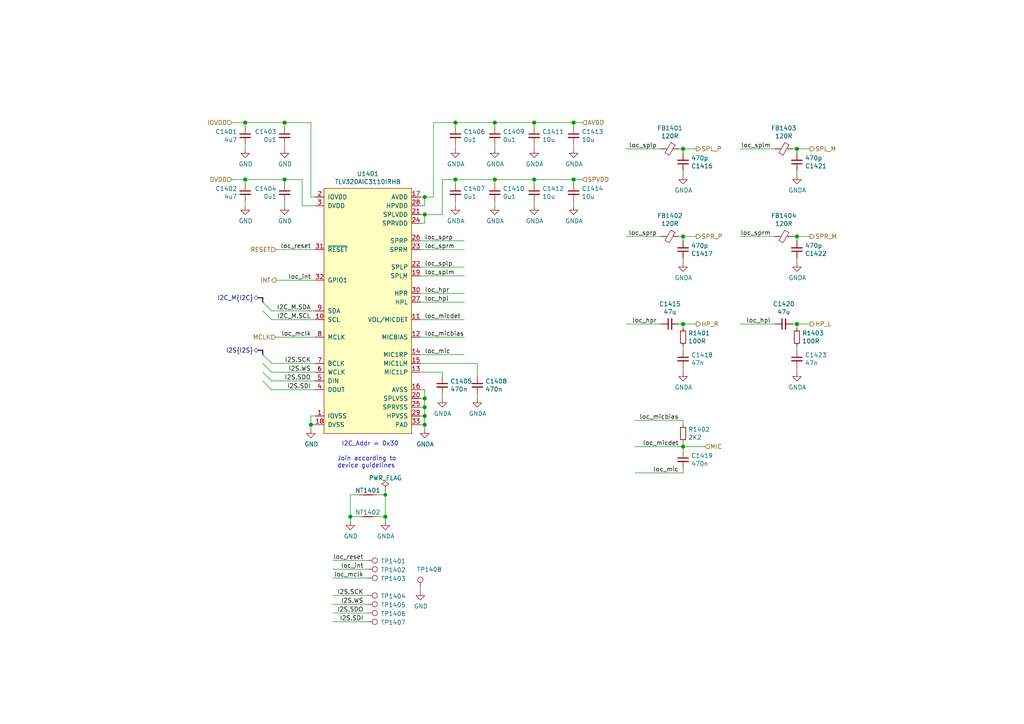
<source format=kicad_sch>
(kicad_sch (version 20210621) (generator eeschema)
  (paper "A4")
  (lib_symbols
    (symbol "DIYPie:TLV320AIC3110IRHB" (pin_names (offset 1.016))
      (property "Reference" "U" (at -11.43 36.83 0))
      (property "Value" "TLV320AIC3110IRHB" (at 0 -36.83 0))
      (symbol "TLV320AIC3110IRHB_0_0"
        (pin power_in line (at -15.24 -30.48 0) (length 2.54) (name "IOVSS") (number "1"))
        (pin bidirectional line (at -15.24 -2.54 0) (length 2.54) (name "SCL") (number "10"))
        (pin passive line (at 15.24 -2.54 180) (length 2.54) (name "VOL/MICDET") (number "11"))
        (pin passive line (at 15.24 -7.62 180) (length 2.54) (name "MICBIAS") (number "12"))
        (pin passive line (at 15.24 -17.78 180) (length 2.54) (name "MIC1LP") (number "13"))
        (pin passive line (at 15.24 -12.7 180) (length 2.54) (name "MIC1RP") (number "14"))
        (pin passive line (at 15.24 -15.24 180) (length 2.54) (name "MIC1LM") (number "15"))
        (pin power_in line (at 15.24 -22.86 180) (length 2.54) (name "AVSS") (number "16"))
        (pin power_in line (at 15.24 33.02 180) (length 2.54) (name "AVDD") (number "17"))
        (pin power_in line (at -15.24 -33.02 0) (length 2.54) (name "DVSS") (number "18"))
        (pin passive line (at 15.24 10.16 180) (length 2.54) (name "SPLM") (number "19"))
        (pin power_in line (at -15.24 33.02 0) (length 2.54) (name "IOVDD") (number "2"))
        (pin power_in line (at 15.24 -25.4 180) (length 2.54) (name "SPLVSS") (number "20"))
        (pin power_in line (at 15.24 27.94 180) (length 2.54) (name "SPLVDD") (number "21"))
        (pin passive line (at 15.24 12.7 180) (length 2.54) (name "SPLP") (number "22"))
        (pin passive line (at 15.24 17.78 180) (length 2.54) (name "SPRM") (number "23"))
        (pin power_in line (at 15.24 25.4 180) (length 2.54) (name "SPRVDD") (number "24"))
        (pin power_in line (at 15.24 -27.94 180) (length 2.54) (name "SPRVSS") (number "25"))
        (pin passive line (at 15.24 20.32 180) (length 2.54) (name "SPRP") (number "26"))
        (pin passive line (at 15.24 2.54 180) (length 2.54) (name "HPL") (number "27"))
        (pin power_in line (at 15.24 30.48 180) (length 2.54) (name "HPVDD") (number "28"))
        (pin power_in line (at 15.24 -30.48 180) (length 2.54) (name "HPVSS") (number "29"))
        (pin power_in line (at -15.24 30.48 0) (length 2.54) (name "DVDD") (number "3"))
        (pin passive line (at 15.24 5.08 180) (length 2.54) (name "HPR") (number "30"))
        (pin input line (at -15.24 17.78 0) (length 2.54) (name "~{RESET}") (number "31"))
        (pin bidirectional line (at -15.24 8.89 0) (length 2.54) (name "GPIO1") (number "32"))
        (pin power_in line (at 15.24 -33.02 180) (length 2.54) (name "PAD") (number "33"))
        (pin output line (at -15.24 -22.86 0) (length 2.54) (name "DOUT") (number "4"))
        (pin input line (at -15.24 -20.32 0) (length 2.54) (name "DIN") (number "5"))
        (pin bidirectional line (at -15.24 -17.78 0) (length 2.54) (name "WCLK") (number "6"))
        (pin bidirectional line (at -15.24 -15.24 0) (length 2.54) (name "BCLK") (number "7"))
        (pin input line (at -15.24 -7.62 0) (length 2.54) (name "MCLK") (number "8"))
        (pin bidirectional line (at -15.24 0 0) (length 2.54) (name "SDA") (number "9"))
      )
      (symbol "TLV320AIC3110IRHB_0_1"
        (rectangle (start -12.7 35.56) (end 12.7 -35.56) (fill (type background)))
      )
    )
    (symbol "DIYPie:TestPoint" (pin_numbers hide) (pin_names (offset 0.762) hide)
      (property "Reference" "TP" (at 0 5.588 0))
      (property "Value" "TestPoint" (at 0 3.81 0))
      (symbol "TestPoint_0_1"
        (circle (center 0 2.032) (radius 0.762))
      )
      (symbol "TestPoint_1_1"
        (pin passive line (at 0 0 90) (length 1.27) (name "1") (number "1"))
      )
    )
    (symbol "Device:C_Small" (pin_numbers hide) (pin_names (offset 0.254) hide)
      (property "Reference" "C" (at 0.254 1.778 0))
      (property "Value" "C_Small" (at 0.254 -2.032 0))
      (symbol "C_Small_0_1"
        (polyline (pts (xy -1.524 -0.508) (xy 1.524 -0.508)) (stroke (width 0.3302)))
        (polyline (pts (xy -1.524 0.508) (xy 1.524 0.508)) (stroke (width 0.3048)))
      )
      (symbol "C_Small_1_1"
        (pin passive line (at 0 2.54 270) (length 2.032) (name "~") (number "1"))
        (pin passive line (at 0 -2.54 90) (length 2.032) (name "~") (number "2"))
      )
    )
    (symbol "Device:Ferrite_Bead_Small" (pin_numbers hide) (pin_names (offset 0))
      (property "Reference" "FB" (at 1.905 1.27 0))
      (property "Value" "Ferrite_Bead_Small" (at 1.905 -1.27 0))
      (symbol "Ferrite_Bead_Small_0_1"
        (polyline (pts (xy 0 -1.27) (xy 0 -0.7874)))
        (polyline (pts (xy 0 0.889) (xy 0 1.2954)))
        (polyline (pts (xy -1.8288 0.2794) (xy -1.1176 1.4986) (xy 1.8288 -0.2032) (xy 1.1176 -1.4224) (xy -1.8288 0.2794)))
      )
      (symbol "Ferrite_Bead_Small_1_1"
        (pin passive line (at 0 2.54 270) (length 1.27) (name "~") (number "1"))
        (pin passive line (at 0 -2.54 90) (length 1.27) (name "~") (number "2"))
      )
    )
    (symbol "Device:Net-Tie_2" (pin_numbers hide) (pin_names (offset 0) hide)
      (property "Reference" "NT" (at 0 1.27 0))
      (property "Value" "Net-Tie_2" (at 0 -1.27 0))
      (symbol "Net-Tie_2_0_1"
        (polyline (pts (xy -1.27 0) (xy 1.27 0)) (stroke (width 0.254)))
      )
      (symbol "Net-Tie_2_1_1"
        (pin passive line (at -2.54 0 0) (length 2.54) (name "1") (number "1"))
        (pin passive line (at 2.54 0 180) (length 2.54) (name "2") (number "2"))
      )
    )
    (symbol "Device:R_Small" (pin_numbers hide) (pin_names (offset 0.254) hide)
      (property "Reference" "R" (at 0.762 0.508 0))
      (property "Value" "R_Small" (at 0.762 -1.016 0))
      (symbol "R_Small_0_1"
        (rectangle (start -0.762 1.778) (end 0.762 -1.778) (stroke (width 0.2032)))
      )
      (symbol "R_Small_1_1"
        (pin passive line (at 0 2.54 270) (length 0.762) (name "~") (number "1"))
        (pin passive line (at 0 -2.54 90) (length 0.762) (name "~") (number "2"))
      )
    )
    (symbol "power:GND" (power) (pin_names (offset 0))
      (property "Value" "GND" (at 0 -3.81 0))
      (symbol "GND_0_1"
        (polyline (pts (xy 0 0) (xy 0 -1.27) (xy 1.27 -1.27) (xy 0 -2.54) (xy -1.27 -1.27) (xy 0 -1.27)))
      )
      (symbol "GND_1_1"
        (pin power_in line (at 0 0 270) (length 0) hide (name "GND") (number "1"))
      )
    )
    (symbol "power:GNDA" (power) (pin_names (offset 0))
      (property "Value" "GNDA" (at 0 -3.81 0))
      (symbol "GNDA_0_1"
        (polyline (pts (xy 0 0) (xy 0 -1.27) (xy 1.27 -1.27) (xy 0 -2.54) (xy -1.27 -1.27) (xy 0 -1.27)))
      )
      (symbol "GNDA_1_1"
        (pin power_in line (at 0 0 270) (length 0) hide (name "GNDA") (number "1"))
      )
    )
    (symbol "power:PWR_FLAG" (power) (pin_numbers hide) (pin_names (offset 0) hide)
      (property "Value" "PWR_FLAG" (at 0 3.81 0))
      (symbol "PWR_FLAG_0_0"
        (pin power_out line (at 0 0 90) (length 0) (name "pwr") (number "1"))
      )
      (symbol "PWR_FLAG_0_1"
        (polyline (pts (xy 0 0) (xy 0 1.27) (xy -1.016 1.905) (xy 0 2.54) (xy 1.016 1.905) (xy 0 1.27)))
      )
    )
  )
  (junction (at 71.12 35.56) (diameter 1.016))
  (junction (at 71.12 52.07) (diameter 1.016))
  (junction (at 82.55 35.56) (diameter 1.016))
  (junction (at 82.55 52.07) (diameter 1.016))
  (junction (at 90.17 123.19) (diameter 1.016))
  (junction (at 101.6 149.86) (diameter 1.016))
  (junction (at 111.76 143.51) (diameter 0.9144))
  (junction (at 111.76 149.86) (diameter 1.016))
  (junction (at 123.19 57.15) (diameter 1.016))
  (junction (at 123.19 62.23) (diameter 1.016))
  (junction (at 123.19 115.57) (diameter 1.016))
  (junction (at 123.19 118.11) (diameter 1.016))
  (junction (at 123.19 120.65) (diameter 1.016))
  (junction (at 123.19 123.19) (diameter 1.016))
  (junction (at 132.08 35.56) (diameter 1.016))
  (junction (at 132.08 52.07) (diameter 1.016))
  (junction (at 143.51 35.56) (diameter 1.016))
  (junction (at 143.51 52.07) (diameter 1.016))
  (junction (at 154.94 35.56) (diameter 1.016))
  (junction (at 154.94 52.07) (diameter 1.016))
  (junction (at 166.37 35.56) (diameter 1.016))
  (junction (at 166.37 52.07) (diameter 1.016))
  (junction (at 198.12 43.18) (diameter 1.016))
  (junction (at 198.12 68.58) (diameter 1.016))
  (junction (at 198.12 93.98) (diameter 1.016))
  (junction (at 198.12 129.54) (diameter 1.016))
  (junction (at 231.14 43.18) (diameter 1.016))
  (junction (at 231.14 68.58) (diameter 1.016))
  (junction (at 231.14 93.98) (diameter 1.016))
  (bus_entry (at 76.2 87.63) (size 2.54 2.54) (stroke (width 0.1524)))
  (bus_entry (at 76.2 90.17) (size 2.54 2.54) (stroke (width 0.1524)))
  (bus_entry (at 76.2 102.87) (size 2.54 2.54) (stroke (width 0.1524)))
  (bus_entry (at 76.2 105.41) (size 2.54 2.54) (stroke (width 0.1524)))
  (bus_entry (at 76.2 107.95) (size 2.54 2.54) (stroke (width 0.1524)))
  (bus_entry (at 76.2 110.49) (size 2.54 2.54) (stroke (width 0.1524)))
  (wire (pts (xy 67.31 35.56) (xy 71.12 35.56)))
  (wire (pts (xy 67.31 52.07) (xy 71.12 52.07)))
  (wire (pts (xy 71.12 35.56) (xy 82.55 35.56)))
  (wire (pts (xy 71.12 36.83) (xy 71.12 35.56)))
  (wire (pts (xy 71.12 43.18) (xy 71.12 41.91)))
  (wire (pts (xy 71.12 52.07) (xy 71.12 53.34)))
  (wire (pts (xy 71.12 59.69) (xy 71.12 58.42)))
  (wire (pts (xy 78.74 90.17) (xy 91.44 90.17)))
  (wire (pts (xy 78.74 92.71) (xy 91.44 92.71)))
  (wire (pts (xy 78.74 105.41) (xy 91.44 105.41)))
  (wire (pts (xy 78.74 107.95) (xy 91.44 107.95)))
  (wire (pts (xy 78.74 110.49) (xy 91.44 110.49)))
  (wire (pts (xy 78.74 113.03) (xy 91.44 113.03)))
  (wire (pts (xy 80.01 72.39) (xy 91.44 72.39)))
  (wire (pts (xy 80.01 81.28) (xy 91.44 81.28)))
  (wire (pts (xy 82.55 35.56) (xy 90.17 35.56)))
  (wire (pts (xy 82.55 36.83) (xy 82.55 35.56)))
  (wire (pts (xy 82.55 43.18) (xy 82.55 41.91)))
  (wire (pts (xy 82.55 52.07) (xy 71.12 52.07)))
  (wire (pts (xy 82.55 53.34) (xy 82.55 52.07)))
  (wire (pts (xy 82.55 59.69) (xy 82.55 58.42)))
  (wire (pts (xy 87.63 52.07) (xy 82.55 52.07)))
  (wire (pts (xy 87.63 59.69) (xy 87.63 52.07)))
  (wire (pts (xy 87.63 59.69) (xy 91.44 59.69)))
  (wire (pts (xy 90.17 35.56) (xy 90.17 57.15)))
  (wire (pts (xy 90.17 57.15) (xy 91.44 57.15)))
  (wire (pts (xy 90.17 120.65) (xy 91.44 120.65)))
  (wire (pts (xy 90.17 123.19) (xy 90.17 120.65)))
  (wire (pts (xy 90.17 124.46) (xy 90.17 123.19)))
  (wire (pts (xy 91.44 97.79) (xy 80.01 97.79)))
  (wire (pts (xy 91.44 123.19) (xy 90.17 123.19)))
  (wire (pts (xy 96.52 162.56) (xy 106.68 162.56)))
  (wire (pts (xy 96.52 165.1) (xy 106.68 165.1)))
  (wire (pts (xy 96.52 167.64) (xy 106.68 167.64)))
  (wire (pts (xy 96.52 172.72) (xy 106.68 172.72)))
  (wire (pts (xy 96.52 175.26) (xy 106.68 175.26)))
  (wire (pts (xy 96.52 177.8) (xy 106.68 177.8)))
  (wire (pts (xy 96.52 180.34) (xy 106.68 180.34)))
  (wire (pts (xy 101.6 143.51) (xy 101.6 149.86)))
  (wire (pts (xy 101.6 149.86) (xy 101.6 151.13)))
  (wire (pts (xy 104.14 143.51) (xy 101.6 143.51)))
  (wire (pts (xy 104.14 149.86) (xy 101.6 149.86)))
  (wire (pts (xy 109.22 143.51) (xy 111.76 143.51)))
  (wire (pts (xy 109.22 149.86) (xy 111.76 149.86)))
  (wire (pts (xy 111.76 142.24) (xy 111.76 143.51)))
  (wire (pts (xy 111.76 143.51) (xy 111.76 149.86)))
  (wire (pts (xy 111.76 149.86) (xy 111.76 151.13)))
  (wire (pts (xy 121.92 59.69) (xy 123.19 59.69)))
  (wire (pts (xy 121.92 64.77) (xy 123.19 64.77)))
  (wire (pts (xy 121.92 69.85) (xy 134.62 69.85)))
  (wire (pts (xy 121.92 72.39) (xy 134.62 72.39)))
  (wire (pts (xy 121.92 77.47) (xy 134.62 77.47)))
  (wire (pts (xy 121.92 80.01) (xy 134.62 80.01)))
  (wire (pts (xy 121.92 85.09) (xy 134.62 85.09)))
  (wire (pts (xy 121.92 87.63) (xy 134.62 87.63)))
  (wire (pts (xy 121.92 92.71) (xy 134.62 92.71)))
  (wire (pts (xy 121.92 97.79) (xy 134.62 97.79)))
  (wire (pts (xy 121.92 105.41) (xy 138.43 105.41)))
  (wire (pts (xy 121.92 107.95) (xy 128.27 107.95)))
  (wire (pts (xy 121.92 113.03) (xy 123.19 113.03)))
  (wire (pts (xy 121.92 115.57) (xy 123.19 115.57)))
  (wire (pts (xy 121.92 118.11) (xy 123.19 118.11)))
  (wire (pts (xy 121.92 120.65) (xy 123.19 120.65)))
  (wire (pts (xy 121.92 170.18) (xy 121.92 171.45)))
  (wire (pts (xy 123.19 57.15) (xy 121.92 57.15)))
  (wire (pts (xy 123.19 57.15) (xy 125.73 57.15)))
  (wire (pts (xy 123.19 59.69) (xy 123.19 57.15)))
  (wire (pts (xy 123.19 62.23) (xy 121.92 62.23)))
  (wire (pts (xy 123.19 62.23) (xy 128.27 62.23)))
  (wire (pts (xy 123.19 64.77) (xy 123.19 62.23)))
  (wire (pts (xy 123.19 113.03) (xy 123.19 115.57)))
  (wire (pts (xy 123.19 115.57) (xy 123.19 118.11)))
  (wire (pts (xy 123.19 118.11) (xy 123.19 120.65)))
  (wire (pts (xy 123.19 120.65) (xy 123.19 123.19)))
  (wire (pts (xy 123.19 123.19) (xy 121.92 123.19)))
  (wire (pts (xy 123.19 123.19) (xy 123.19 124.46)))
  (wire (pts (xy 125.73 35.56) (xy 132.08 35.56)))
  (wire (pts (xy 125.73 57.15) (xy 125.73 35.56)))
  (wire (pts (xy 128.27 52.07) (xy 132.08 52.07)))
  (wire (pts (xy 128.27 62.23) (xy 128.27 52.07)))
  (wire (pts (xy 128.27 107.95) (xy 128.27 109.22)))
  (wire (pts (xy 128.27 114.3) (xy 128.27 115.57)))
  (wire (pts (xy 132.08 35.56) (xy 143.51 35.56)))
  (wire (pts (xy 132.08 36.83) (xy 132.08 35.56)))
  (wire (pts (xy 132.08 41.91) (xy 132.08 43.18)))
  (wire (pts (xy 132.08 52.07) (xy 143.51 52.07)))
  (wire (pts (xy 132.08 53.34) (xy 132.08 52.07)))
  (wire (pts (xy 132.08 58.42) (xy 132.08 59.69)))
  (wire (pts (xy 134.62 102.87) (xy 121.92 102.87)))
  (wire (pts (xy 138.43 105.41) (xy 138.43 109.22)))
  (wire (pts (xy 138.43 114.3) (xy 138.43 115.57)))
  (wire (pts (xy 143.51 35.56) (xy 143.51 36.83)))
  (wire (pts (xy 143.51 35.56) (xy 154.94 35.56)))
  (wire (pts (xy 143.51 41.91) (xy 143.51 43.18)))
  (wire (pts (xy 143.51 52.07) (xy 143.51 53.34)))
  (wire (pts (xy 143.51 52.07) (xy 154.94 52.07)))
  (wire (pts (xy 143.51 58.42) (xy 143.51 59.69)))
  (wire (pts (xy 154.94 35.56) (xy 166.37 35.56)))
  (wire (pts (xy 154.94 36.83) (xy 154.94 35.56)))
  (wire (pts (xy 154.94 41.91) (xy 154.94 43.18)))
  (wire (pts (xy 154.94 52.07) (xy 166.37 52.07)))
  (wire (pts (xy 154.94 53.34) (xy 154.94 52.07)))
  (wire (pts (xy 154.94 59.69) (xy 154.94 58.42)))
  (wire (pts (xy 166.37 35.56) (xy 166.37 36.83)))
  (wire (pts (xy 166.37 35.56) (xy 168.91 35.56)))
  (wire (pts (xy 166.37 41.91) (xy 166.37 43.18)))
  (wire (pts (xy 166.37 52.07) (xy 166.37 53.34)))
  (wire (pts (xy 166.37 52.07) (xy 168.91 52.07)))
  (wire (pts (xy 166.37 59.69) (xy 166.37 58.42)))
  (wire (pts (xy 181.61 43.18) (xy 191.77 43.18)))
  (wire (pts (xy 181.61 93.98) (xy 191.77 93.98)))
  (wire (pts (xy 191.77 68.58) (xy 181.61 68.58)))
  (wire (pts (xy 196.85 43.18) (xy 198.12 43.18)))
  (wire (pts (xy 196.85 68.58) (xy 198.12 68.58)))
  (wire (pts (xy 196.85 93.98) (xy 198.12 93.98)))
  (wire (pts (xy 198.12 43.18) (xy 201.93 43.18)))
  (wire (pts (xy 198.12 44.45) (xy 198.12 43.18)))
  (wire (pts (xy 198.12 50.8) (xy 198.12 49.53)))
  (wire (pts (xy 198.12 68.58) (xy 201.93 68.58)))
  (wire (pts (xy 198.12 69.85) (xy 198.12 68.58)))
  (wire (pts (xy 198.12 76.2) (xy 198.12 74.93)))
  (wire (pts (xy 198.12 93.98) (xy 198.12 95.25)))
  (wire (pts (xy 198.12 93.98) (xy 201.93 93.98)))
  (wire (pts (xy 198.12 100.33) (xy 198.12 101.6)))
  (wire (pts (xy 198.12 107.95) (xy 198.12 106.68)))
  (wire (pts (xy 198.12 121.92) (xy 184.15 121.92)))
  (wire (pts (xy 198.12 123.19) (xy 198.12 121.92)))
  (wire (pts (xy 198.12 129.54) (xy 184.15 129.54)))
  (wire (pts (xy 198.12 129.54) (xy 198.12 128.27)))
  (wire (pts (xy 198.12 129.54) (xy 204.47 129.54)))
  (wire (pts (xy 198.12 130.81) (xy 198.12 129.54)))
  (wire (pts (xy 198.12 135.89) (xy 198.12 137.16)))
  (wire (pts (xy 198.12 137.16) (xy 184.15 137.16)))
  (wire (pts (xy 214.63 68.58) (xy 224.79 68.58)))
  (wire (pts (xy 224.79 43.18) (xy 214.63 43.18)))
  (wire (pts (xy 224.79 93.98) (xy 214.63 93.98)))
  (wire (pts (xy 229.87 43.18) (xy 231.14 43.18)))
  (wire (pts (xy 229.87 68.58) (xy 231.14 68.58)))
  (wire (pts (xy 229.87 93.98) (xy 231.14 93.98)))
  (wire (pts (xy 231.14 43.18) (xy 234.95 43.18)))
  (wire (pts (xy 231.14 44.45) (xy 231.14 43.18)))
  (wire (pts (xy 231.14 50.8) (xy 231.14 49.53)))
  (wire (pts (xy 231.14 68.58) (xy 234.95 68.58)))
  (wire (pts (xy 231.14 69.85) (xy 231.14 68.58)))
  (wire (pts (xy 231.14 76.2) (xy 231.14 74.93)))
  (wire (pts (xy 231.14 93.98) (xy 231.14 95.25)))
  (wire (pts (xy 231.14 100.33) (xy 231.14 101.6)))
  (wire (pts (xy 231.14 107.95) (xy 231.14 106.68)))
  (wire (pts (xy 234.95 93.98) (xy 231.14 93.98)))
  (bus (pts (xy 74.93 86.36) (xy 76.2 86.36)))
  (bus (pts (xy 74.93 101.6) (xy 76.2 101.6)))
  (bus (pts (xy 76.2 86.36) (xy 76.2 90.17)))
  (bus (pts (xy 76.2 101.6) (xy 76.2 110.49)))
  (text "Join according to \ndevice guidelines" (at 97.79 135.89 0) (effects (font (size 1.27 1.27)) (justify left bottom)))
  (text "I2C_Addr = 0x30" (at 99.06 129.54 0) (effects (font (size 1.27 1.27)) (justify left bottom)))
  (label "loc_reset" (at 90.17 72.39 180))
  (label "loc_int" (at 90.17 81.28 180))
  (label "I2C_M.SDA" (at 90.17 90.17 180))
  (label "I2C_M.SCL" (at 90.17 92.71 180))
  (label "loc_mclk" (at 90.17 97.79 180))
  (label "I2S.SCK" (at 90.17 105.41 180))
  (label "I2S.WS" (at 90.17 107.95 180))
  (label "I2S.SDO" (at 90.17 110.49 180))
  (label "I2S.SDI" (at 90.17 113.03 180))
  (label "loc_reset" (at 105.41 162.56 180))
  (label "loc_int" (at 105.41 165.1 180))
  (label "loc_mclk" (at 105.41 167.64 180))
  (label "I2S.SCK" (at 105.41 172.72 180))
  (label "I2S.WS" (at 105.41 175.26 180))
  (label "I2S.SDO" (at 105.41 177.8 180))
  (label "I2S.SDI" (at 105.41 180.34 180))
  (label "loc_sprp" (at 123.19 69.85 0))
  (label "loc_sprm" (at 123.19 72.39 0))
  (label "loc_splp" (at 123.19 77.47 0))
  (label "loc_splm" (at 123.19 80.01 0))
  (label "loc_hpr" (at 123.19 85.09 0))
  (label "loc_hpl" (at 123.19 87.63 0))
  (label "loc_micdet" (at 123.19 92.71 0))
  (label "loc_micbias" (at 123.19 97.79 0))
  (label "loc_mic" (at 123.19 102.87 0))
  (label "loc_splp" (at 190.5 43.18 180))
  (label "loc_sprp" (at 190.5 68.58 180))
  (label "loc_hpr" (at 190.5 93.98 180))
  (label "loc_micbias" (at 196.85 121.92 180))
  (label "loc_micdet" (at 196.85 129.54 180))
  (label "loc_mic" (at 196.85 137.16 180))
  (label "loc_splm" (at 223.52 43.18 180))
  (label "loc_sprm" (at 223.52 68.58 180))
  (label "loc_hpl" (at 223.52 93.98 180))
  (hierarchical_label "IOVDD" (shape input) (at 67.31 35.56 180))
  (hierarchical_label "DVDD" (shape input) (at 67.31 52.07 180))
  (hierarchical_label "I2C_M{I2C}" (shape bidirectional) (at 74.93 86.36 180))
  (hierarchical_label "I2S{I2S}" (shape bidirectional) (at 74.93 101.6 180))
  (hierarchical_label "RESET" (shape input) (at 80.01 72.39 180))
  (hierarchical_label "INT" (shape output) (at 80.01 81.28 180))
  (hierarchical_label "MCLK" (shape input) (at 80.01 97.79 180))
  (hierarchical_label "AVDD" (shape input) (at 168.91 35.56 0))
  (hierarchical_label "SPVDD" (shape input) (at 168.91 52.07 0))
  (hierarchical_label "SPL_P" (shape output) (at 201.93 43.18 0))
  (hierarchical_label "SPR_P" (shape output) (at 201.93 68.58 0))
  (hierarchical_label "HP_R" (shape output) (at 201.93 93.98 0))
  (hierarchical_label "MIC" (shape input) (at 204.47 129.54 0))
  (hierarchical_label "SPL_M" (shape output) (at 234.95 43.18 0))
  (hierarchical_label "SPR_M" (shape output) (at 234.95 68.58 0))
  (hierarchical_label "HP_L" (shape output) (at 234.95 93.98 0))
  (symbol (lib_id "Device:Net-Tie_2") (at 106.68 143.51 180) (unit 1)
    (property "Reference" "NT1401" (at 106.68 142.24 0))
    (property "Value" "Net-Tie_2" (effects hide))
    (property "Footprint" "DIYPie:NetTie-2_SMD_Pad1.5mm" (effects hide))
  )
  (symbol (lib_id "Device:Net-Tie_2") (at 106.68 149.86 180) (unit 1)
    (property "Reference" "NT1402" (at 106.68 148.59 0))
    (property "Value" "Net-Tie_2" (effects hide))
    (property "Footprint" "DIYPie:NetTie-2_SMD_Pad1.5mm" (effects hide))
  )
  (symbol (lib_id "DIYPie:TestPoint") (at 106.68 162.56 270) (unit 1)
    (property "Reference" "TP1401" (at 110.4138 162.7632 90) (effects (justify left)))
    (property "Value" "TestPoint" (effects hide))
    (property "Footprint" "DIYPie:TestPoint_Pad_D1.5mm" (effects hide))
    (property "Description" "Generic testpoint" (effects hide))
  )
  (symbol (lib_id "DIYPie:TestPoint") (at 106.68 165.1 270) (unit 1)
    (property "Reference" "TP1402" (at 110.4138 165.3032 90) (effects (justify left)))
    (property "Value" "TestPoint" (effects hide))
    (property "Footprint" "DIYPie:TestPoint_Pad_D1.5mm" (effects hide))
    (property "Description" "Generic testpoint" (effects hide))
  )
  (symbol (lib_id "DIYPie:TestPoint") (at 106.68 167.64 270) (unit 1)
    (property "Reference" "TP1403" (at 110.4138 167.8432 90) (effects (justify left)))
    (property "Value" "TestPoint" (effects hide))
    (property "Footprint" "DIYPie:TestPoint_Pad_D1.5mm" (effects hide))
    (property "Description" "Generic testpoint" (effects hide))
  )
  (symbol (lib_id "DIYPie:TestPoint") (at 106.68 172.72 270) (unit 1)
    (property "Reference" "TP1404" (at 110.4138 172.9232 90) (effects (justify left)))
    (property "Value" "TestPoint" (effects hide))
    (property "Footprint" "DIYPie:TestPoint_Pad_D1.5mm" (effects hide))
    (property "Description" "Generic testpoint" (effects hide))
  )
  (symbol (lib_id "DIYPie:TestPoint") (at 106.68 175.26 270) (unit 1)
    (property "Reference" "TP1405" (at 110.4138 175.4632 90) (effects (justify left)))
    (property "Value" "TestPoint" (effects hide))
    (property "Footprint" "DIYPie:TestPoint_Pad_D1.5mm" (effects hide))
    (property "Description" "Generic testpoint" (effects hide))
  )
  (symbol (lib_id "DIYPie:TestPoint") (at 106.68 177.8 270) (unit 1)
    (property "Reference" "TP1406" (at 110.4138 178.0032 90) (effects (justify left)))
    (property "Value" "TestPoint" (effects hide))
    (property "Footprint" "DIYPie:TestPoint_Pad_D1.5mm" (effects hide))
    (property "Description" "Generic testpoint" (effects hide))
  )
  (symbol (lib_id "DIYPie:TestPoint") (at 106.68 180.34 270) (unit 1)
    (property "Reference" "TP1407" (at 110.4138 180.5432 90) (effects (justify left)))
    (property "Value" "TestPoint" (effects hide))
    (property "Footprint" "DIYPie:TestPoint_Pad_D1.5mm" (effects hide))
    (property "Description" "Generic testpoint" (effects hide))
  )
  (symbol (lib_id "DIYPie:TestPoint") (at 121.92 170.18 0) (unit 1)
    (property "Reference" "TP1408" (at 120.8532 165.1762 0) (effects (justify left)))
    (property "Value" "TestPoint" (effects hide))
    (property "Footprint" "DIYPie:TestPoint_Pad_D1.5mm" (effects hide))
    (property "Description" "Generic testpoint" (effects hide))
  )
  (symbol (lib_id "power:PWR_FLAG") (at 111.76 142.24 0) (unit 1)
    (property "Reference" "#FLG0104" (effects hide))
    (property "Value" "PWR_FLAG" (at 111.76 138.6354 0))
  )
  (symbol (lib_id "power:GND") (at 71.12 43.18 0) (unit 1)
    (property "Reference" "#PWR01401" (effects hide))
    (property "Value" "GND" (at 71.247 47.5742 0))
  )
  (symbol (lib_id "power:GND") (at 71.12 59.69 0) (unit 1)
    (property "Reference" "#PWR01402" (effects hide))
    (property "Value" "GND" (at 71.247 64.0842 0))
  )
  (symbol (lib_id "power:GND") (at 82.55 43.18 0) (unit 1)
    (property "Reference" "#PWR01403" (effects hide))
    (property "Value" "GND" (at 82.677 47.5742 0))
  )
  (symbol (lib_id "power:GND") (at 82.55 59.69 0) (unit 1)
    (property "Reference" "#PWR01404" (effects hide))
    (property "Value" "GND" (at 82.677 64.0842 0))
  )
  (symbol (lib_id "power:GND") (at 90.17 124.46 0) (unit 1)
    (property "Reference" "#PWR01405" (effects hide))
    (property "Value" "GND" (at 90.297 128.8542 0))
  )
  (symbol (lib_id "power:GND") (at 101.6 151.13 0) (unit 1)
    (property "Reference" "#PWR01406" (effects hide))
    (property "Value" "GND" (at 101.727 155.5242 0))
  )
  (symbol (lib_id "power:GNDA") (at 111.76 151.13 0) (unit 1)
    (property "Reference" "#PWR01407" (effects hide))
    (property "Value" "GNDA" (at 111.887 155.5242 0))
  )
  (symbol (lib_id "power:GND") (at 121.92 171.45 0) (unit 1)
    (property "Reference" "#PWR01408" (effects hide))
    (property "Value" "GND" (at 122.047 175.8442 0))
  )
  (symbol (lib_id "power:GNDA") (at 123.19 124.46 0) (unit 1)
    (property "Reference" "#PWR01409" (effects hide))
    (property "Value" "GNDA" (at 123.317 128.8542 0))
  )
  (symbol (lib_id "power:GNDA") (at 128.27 115.57 0) (unit 1)
    (property "Reference" "#PWR01410" (effects hide))
    (property "Value" "GNDA" (at 128.397 119.9642 0))
  )
  (symbol (lib_id "power:GNDA") (at 132.08 43.18 0) (unit 1)
    (property "Reference" "#PWR01411" (effects hide))
    (property "Value" "GNDA" (at 132.207 47.5742 0))
  )
  (symbol (lib_id "power:GNDA") (at 132.08 59.69 0) (unit 1)
    (property "Reference" "#PWR01412" (effects hide))
    (property "Value" "GNDA" (at 132.207 64.0842 0))
  )
  (symbol (lib_id "power:GNDA") (at 138.43 115.57 0) (unit 1)
    (property "Reference" "#PWR01413" (effects hide))
    (property "Value" "GNDA" (at 138.557 119.9642 0))
  )
  (symbol (lib_id "power:GNDA") (at 143.51 43.18 0) (unit 1)
    (property "Reference" "#PWR01414" (effects hide))
    (property "Value" "GNDA" (at 143.637 47.5742 0))
  )
  (symbol (lib_id "power:GNDA") (at 143.51 59.69 0) (unit 1)
    (property "Reference" "#PWR01415" (effects hide))
    (property "Value" "GNDA" (at 143.637 64.0842 0))
  )
  (symbol (lib_id "power:GNDA") (at 154.94 43.18 0) (unit 1)
    (property "Reference" "#PWR01416" (effects hide))
    (property "Value" "GNDA" (at 155.067 47.5742 0))
  )
  (symbol (lib_id "power:GNDA") (at 154.94 59.69 0) (unit 1)
    (property "Reference" "#PWR01417" (effects hide))
    (property "Value" "GNDA" (at 155.067 64.0842 0))
  )
  (symbol (lib_id "power:GNDA") (at 166.37 43.18 0) (unit 1)
    (property "Reference" "#PWR01418" (effects hide))
    (property "Value" "GNDA" (at 166.497 47.5742 0))
  )
  (symbol (lib_id "power:GNDA") (at 166.37 59.69 0) (unit 1)
    (property "Reference" "#PWR01419" (effects hide))
    (property "Value" "GNDA" (at 166.497 64.0842 0))
  )
  (symbol (lib_id "power:GNDA") (at 198.12 50.8 0) (unit 1)
    (property "Reference" "#PWR01420" (effects hide))
    (property "Value" "GNDA" (at 198.247 55.1942 0))
  )
  (symbol (lib_id "power:GNDA") (at 198.12 76.2 0) (unit 1)
    (property "Reference" "#PWR01421" (effects hide))
    (property "Value" "GNDA" (at 198.247 80.5942 0))
  )
  (symbol (lib_id "power:GNDA") (at 198.12 107.95 0) (unit 1)
    (property "Reference" "#PWR01422" (effects hide))
    (property "Value" "GNDA" (at 198.247 112.3442 0))
  )
  (symbol (lib_id "power:GNDA") (at 231.14 50.8 0) (unit 1)
    (property "Reference" "#PWR01423" (effects hide))
    (property "Value" "GNDA" (at 231.267 55.1942 0))
  )
  (symbol (lib_id "power:GNDA") (at 231.14 76.2 0) (unit 1)
    (property "Reference" "#PWR01424" (effects hide))
    (property "Value" "GNDA" (at 231.267 80.5942 0))
  )
  (symbol (lib_id "power:GNDA") (at 231.14 107.95 0) (unit 1)
    (property "Reference" "#PWR01425" (effects hide))
    (property "Value" "GNDA" (at 231.267 112.3442 0))
  )
  (symbol (lib_id "Device:R_Small") (at 198.12 97.79 0) (unit 1)
    (property "Reference" "R1401" (at 199.6186 96.6216 0) (effects (justify left)))
    (property "Value" "100R" (at 199.6186 98.933 0) (effects (justify left)))
    (property "Footprint" "DIYPie:R_0402_1005Metric" (effects hide))
    (property "Manufacturer" "any" (effects hide))
    (property "Mouser_PN" "603-RC0402FR-07100RL" (effects hide))
    (property "Mouser_PL" "https://eu.mouser.com/ProductDetail/Yageo/RC0402FR-07100RL?qs=sGAEpiMZZMtlubZbdhIBIOcXbDHk16D47279Hh%252BH17k%3D" (effects hide))
    (property "Tolerance" "1%" (effects hide))
  )
  (symbol (lib_id "Device:R_Small") (at 198.12 125.73 180) (unit 1)
    (property "Reference" "R1402" (at 199.6186 124.5616 0) (effects (justify right)))
    (property "Value" "2K2" (at 199.6186 126.873 0) (effects (justify right)))
    (property "Footprint" "DIYPie:R_0402_1005Metric" (effects hide))
    (property "Manufacturer" "any" (effects hide))
    (property "Mouser_PN" "603-RC0402FR-132K2L" (effects hide))
    (property "Mouser_PL" "https://eu.mouser.com/ProductDetail/Yageo/RC0402FR-132K2L?qs=sGAEpiMZZMtlubZbdhIBIF0pw9CTwGfxX8VBtj7JY04%3D" (effects hide))
    (property "Tolerance" "1%" (effects hide))
  )
  (symbol (lib_id "Device:R_Small") (at 231.14 97.79 0) (unit 1)
    (property "Reference" "R1403" (at 232.6386 96.6216 0) (effects (justify left)))
    (property "Value" "100R" (at 232.6386 98.933 0) (effects (justify left)))
    (property "Footprint" "DIYPie:R_0402_1005Metric" (effects hide))
    (property "Manufacturer" "any" (effects hide))
    (property "Mouser_PN" "603-RC0402FR-07100RL" (effects hide))
    (property "Mouser_PL" "https://eu.mouser.com/ProductDetail/Yageo/RC0402FR-07100RL?qs=sGAEpiMZZMtlubZbdhIBIOcXbDHk16D47279Hh%252BH17k%3D" (effects hide))
    (property "Tolerance" "1%" (effects hide))
  )
  (symbol (lib_id "Device:C_Small") (at 71.12 39.37 0) (mirror y) (unit 1)
    (property "Reference" "C1401" (at 68.7832 38.2016 0) (effects (justify left)))
    (property "Value" "4u7" (at 68.7832 40.513 0) (effects (justify left)))
    (property "Footprint" "DIYPie:C_0603_1608Metric" (effects hide))
    (property "Manufacturer" "any" (effects hide))
    (property "Mouser_PN" "187-CL10A475KP8NNNC" (effects hide))
    (property "Mouser_PL" "https://eu.mouser.com/ProductDetail/Samsung-Electro-Mechanics/CL10A475KP8NNNC?qs=sGAEpiMZZMt7gvpyg0xT8uePhgAryV60oEO7JM%2FL%2Fpg%3D" (effects hide))
    (property "Tolerance" "20%" (effects hide))
    (property "Voltage" "6.3V" (effects hide))
    (property "Dielectric" "X5R" (effects hide))
  )
  (symbol (lib_id "Device:C_Small") (at 71.12 55.88 0) (mirror y) (unit 1)
    (property "Reference" "C1402" (at 68.7832 54.7116 0) (effects (justify left)))
    (property "Value" "4u7" (at 68.7832 57.023 0) (effects (justify left)))
    (property "Footprint" "DIYPie:C_0603_1608Metric" (effects hide))
    (property "Manufacturer" "any" (effects hide))
    (property "Mouser_PN" "187-CL10A475KP8NNNC" (effects hide))
    (property "Mouser_PL" "https://eu.mouser.com/ProductDetail/Samsung-Electro-Mechanics/CL10A475KP8NNNC?qs=sGAEpiMZZMt7gvpyg0xT8uePhgAryV60oEO7JM%2FL%2Fpg%3D" (effects hide))
    (property "Tolerance" "20%" (effects hide))
    (property "Voltage" "6.3V" (effects hide))
    (property "Dielectric" "X5R" (effects hide))
  )
  (symbol (lib_id "Device:C_Small") (at 82.55 39.37 0) (mirror y) (unit 1)
    (property "Reference" "C1403" (at 80.2132 38.2016 0) (effects (justify left)))
    (property "Value" "0u1" (at 80.2132 40.513 0) (effects (justify left)))
    (property "Footprint" "DIYPie:C_0402_1005Metric" (effects hide))
    (property "Manufacturer" "any" (effects hide))
    (property "Mouser_PN" "963-EMK105BJ104KV-F" (effects hide))
    (property "Mouser_PL" "https://eu.mouser.com/ProductDetail/Taiyo-Yuden/EMK105BJ104KV-F?qs=sGAEpiMZZMvsSlwiRhF8qgJCQaFFkNE%2FB5WnhbLyoK8%3D" (effects hide))
    (property "Tolerance" "20%" (effects hide))
    (property "Voltage" "16V" (effects hide))
    (property "Dielectric" "X5R" (effects hide))
  )
  (symbol (lib_id "Device:C_Small") (at 82.55 55.88 0) (mirror y) (unit 1)
    (property "Reference" "C1404" (at 80.2132 54.7116 0) (effects (justify left)))
    (property "Value" "0u1" (at 80.2132 57.023 0) (effects (justify left)))
    (property "Footprint" "DIYPie:C_0402_1005Metric" (effects hide))
    (property "Manufacturer" "any" (effects hide))
    (property "Mouser_PN" "963-EMK105BJ104KV-F" (effects hide))
    (property "Mouser_PL" "https://eu.mouser.com/ProductDetail/Taiyo-Yuden/EMK105BJ104KV-F?qs=sGAEpiMZZMvsSlwiRhF8qgJCQaFFkNE%2FB5WnhbLyoK8%3D" (effects hide))
    (property "Tolerance" "20%" (effects hide))
    (property "Voltage" "16V" (effects hide))
    (property "Dielectric" "X5R" (effects hide))
  )
  (symbol (lib_id "Device:C_Small") (at 128.27 111.76 0) (mirror y) (unit 1)
    (property "Reference" "C1405" (at 130.6068 110.5916 0) (effects (justify right)))
    (property "Value" "470n" (at 130.6068 112.903 0) (effects (justify right)))
    (property "Footprint" "DIYPie:C_0402_1005Metric" (effects hide))
    (property "Manufacturer" "any" (effects hide))
    (property "Mouser_PN" "963-JMK105BJ474MV-F" (effects hide))
    (property "Mouser_PL" "https://eu.mouser.com/ProductDetail/Taiyo-Yuden/JMK105BJ474MV-F?qs=sGAEpiMZZMvsSlwiRhF8qvXH2%252BT6Wjq1H9EODWG06L26C1SBUt6ZpA%3D%3D" (effects hide))
    (property "Tolerance" "20%" (effects hide))
    (property "Voltage" "6.3V" (effects hide))
    (property "Dielectric" "X5R" (effects hide))
  )
  (symbol (lib_id "Device:C_Small") (at 132.08 39.37 0) (unit 1)
    (property "Reference" "C1406" (at 134.4168 38.2016 0) (effects (justify left)))
    (property "Value" "0u1" (at 134.4168 40.513 0) (effects (justify left)))
    (property "Footprint" "DIYPie:C_0402_1005Metric" (effects hide))
    (property "Manufacturer" "any" (effects hide))
    (property "Mouser_PN" "963-EMK105BJ104KV-F" (effects hide))
    (property "Mouser_PL" "https://eu.mouser.com/ProductDetail/Taiyo-Yuden/EMK105BJ104KV-F?qs=sGAEpiMZZMvsSlwiRhF8qgJCQaFFkNE%2FB5WnhbLyoK8%3D" (effects hide))
    (property "Tolerance" "20%" (effects hide))
    (property "Voltage" "16V" (effects hide))
    (property "Dielectric" "X5R" (effects hide))
  )
  (symbol (lib_id "Device:C_Small") (at 132.08 55.88 0) (unit 1)
    (property "Reference" "C1407" (at 134.4168 54.7116 0) (effects (justify left)))
    (property "Value" "0u1" (at 134.4168 57.023 0) (effects (justify left)))
    (property "Footprint" "DIYPie:C_0402_1005Metric" (effects hide))
    (property "Manufacturer" "any" (effects hide))
    (property "Mouser_PN" "963-EMK105BJ104KV-F" (effects hide))
    (property "Mouser_PL" "https://eu.mouser.com/ProductDetail/Taiyo-Yuden/EMK105BJ104KV-F?qs=sGAEpiMZZMvsSlwiRhF8qgJCQaFFkNE%2FB5WnhbLyoK8%3D" (effects hide))
    (property "Tolerance" "20%" (effects hide))
    (property "Voltage" "16V" (effects hide))
    (property "Dielectric" "X5R" (effects hide))
  )
  (symbol (lib_id "Device:C_Small") (at 138.43 111.76 0) (mirror y) (unit 1)
    (property "Reference" "C1408" (at 140.7668 110.5916 0) (effects (justify right)))
    (property "Value" "470n" (at 140.7668 112.903 0) (effects (justify right)))
    (property "Footprint" "DIYPie:C_0402_1005Metric" (effects hide))
    (property "Manufacturer" "any" (effects hide))
    (property "Mouser_PN" "963-JMK105BJ474MV-F" (effects hide))
    (property "Mouser_PL" "https://eu.mouser.com/ProductDetail/Taiyo-Yuden/JMK105BJ474MV-F?qs=sGAEpiMZZMvsSlwiRhF8qvXH2%252BT6Wjq1H9EODWG06L26C1SBUt6ZpA%3D%3D" (effects hide))
    (property "Tolerance" "20%" (effects hide))
    (property "Voltage" "6.3V" (effects hide))
    (property "Dielectric" "X5R" (effects hide))
  )
  (symbol (lib_id "Device:C_Small") (at 143.51 39.37 0) (unit 1)
    (property "Reference" "C1409" (at 145.8468 38.2016 0) (effects (justify left)))
    (property "Value" "0u1" (at 145.8468 40.513 0) (effects (justify left)))
    (property "Footprint" "DIYPie:C_0402_1005Metric" (effects hide))
    (property "Manufacturer" "any" (effects hide))
    (property "Mouser_PN" "963-EMK105BJ104KV-F" (effects hide))
    (property "Mouser_PL" "https://eu.mouser.com/ProductDetail/Taiyo-Yuden/EMK105BJ104KV-F?qs=sGAEpiMZZMvsSlwiRhF8qgJCQaFFkNE%2FB5WnhbLyoK8%3D" (effects hide))
    (property "Tolerance" "20%" (effects hide))
    (property "Voltage" "16V" (effects hide))
    (property "Dielectric" "X5R" (effects hide))
  )
  (symbol (lib_id "Device:C_Small") (at 143.51 55.88 0) (unit 1)
    (property "Reference" "C1410" (at 145.8468 54.7116 0) (effects (justify left)))
    (property "Value" "0u1" (at 145.8468 57.023 0) (effects (justify left)))
    (property "Footprint" "DIYPie:C_0402_1005Metric" (effects hide))
    (property "Manufacturer" "any" (effects hide))
    (property "Mouser_PN" "963-EMK105BJ104KV-F" (effects hide))
    (property "Mouser_PL" "https://eu.mouser.com/ProductDetail/Taiyo-Yuden/EMK105BJ104KV-F?qs=sGAEpiMZZMvsSlwiRhF8qgJCQaFFkNE%2FB5WnhbLyoK8%3D" (effects hide))
    (property "Tolerance" "20%" (effects hide))
    (property "Voltage" "16V" (effects hide))
    (property "Dielectric" "X5R" (effects hide))
  )
  (symbol (lib_id "Device:C_Small") (at 154.94 39.37 0) (unit 1)
    (property "Reference" "C1411" (at 157.2768 38.2016 0) (effects (justify left)))
    (property "Value" "10u" (at 157.2768 40.513 0) (effects (justify left)))
    (property "Footprint" "DIYPie:C_0603_1608Metric" (effects hide))
    (property "Manufacturer" "any" (effects hide))
    (property "Mouser_PN" "187-CL10A106MQ8NNNC" (effects hide))
    (property "Mouser_PL" "https://eu.mouser.com/ProductDetail/Samsung-Electro-Mechanics/CL10A106MQ8NNNC?qs=sGAEpiMZZMvsSlwiRhF8qlxW52pIu5FNbeqT8s0amCo%3D" (effects hide))
    (property "Tolerance" "20%" (effects hide))
    (property "Voltage" "6.3V" (effects hide))
    (property "Dielectric" "X5R" (effects hide))
  )
  (symbol (lib_id "Device:C_Small") (at 154.94 55.88 0) (unit 1)
    (property "Reference" "C1412" (at 157.2768 54.7116 0) (effects (justify left)))
    (property "Value" "10u" (at 157.2768 57.023 0) (effects (justify left)))
    (property "Footprint" "DIYPie:C_0603_1608Metric" (effects hide))
    (property "Manufacturer" "any" (effects hide))
    (property "Mouser_PN" "187-CL10A106MQ8NNNC" (effects hide))
    (property "Mouser_PL" "https://eu.mouser.com/ProductDetail/Samsung-Electro-Mechanics/CL10A106MQ8NNNC?qs=sGAEpiMZZMvsSlwiRhF8qlxW52pIu5FNbeqT8s0amCo%3D" (effects hide))
    (property "Tolerance" "20%" (effects hide))
    (property "Voltage" "6.3V" (effects hide))
    (property "Dielectric" "X5R" (effects hide))
  )
  (symbol (lib_id "Device:C_Small") (at 166.37 39.37 0) (unit 1)
    (property "Reference" "C1413" (at 168.7068 38.2016 0) (effects (justify left)))
    (property "Value" "10u" (at 168.7068 40.513 0) (effects (justify left)))
    (property "Footprint" "DIYPie:C_0603_1608Metric" (effects hide))
    (property "Manufacturer" "any" (effects hide))
    (property "Mouser_PN" "187-CL10A106MQ8NNNC" (effects hide))
    (property "Mouser_PL" "https://eu.mouser.com/ProductDetail/Samsung-Electro-Mechanics/CL10A106MQ8NNNC?qs=sGAEpiMZZMvsSlwiRhF8qlxW52pIu5FNbeqT8s0amCo%3D" (effects hide))
    (property "Tolerance" "20%" (effects hide))
    (property "Voltage" "6.3V" (effects hide))
    (property "Dielectric" "X5R" (effects hide))
  )
  (symbol (lib_id "Device:C_Small") (at 166.37 55.88 0) (unit 1)
    (property "Reference" "C1414" (at 168.7068 54.7116 0) (effects (justify left)))
    (property "Value" "10u" (at 168.7068 57.023 0) (effects (justify left)))
    (property "Footprint" "DIYPie:C_0603_1608Metric" (effects hide))
    (property "Manufacturer" "any" (effects hide))
    (property "Mouser_PN" "187-CL10A106MQ8NNNC" (effects hide))
    (property "Mouser_PL" "https://eu.mouser.com/ProductDetail/Samsung-Electro-Mechanics/CL10A106MQ8NNNC?qs=sGAEpiMZZMvsSlwiRhF8qlxW52pIu5FNbeqT8s0amCo%3D" (effects hide))
    (property "Tolerance" "20%" (effects hide))
    (property "Voltage" "6.3V" (effects hide))
    (property "Dielectric" "X5R" (effects hide))
  )
  (symbol (lib_id "Device:C_Small") (at 194.31 93.98 90) (unit 1)
    (property "Reference" "C1415" (at 194.31 88.1634 90))
    (property "Value" "47u" (at 194.31 90.4748 90))
    (property "Footprint" "DIYPie:C_0805_2012Metric" (effects hide))
    (property "Manufacturer" "any" (effects hide))
    (property "Mouser_PN" "187-CL21A476MQYNNNG" (effects hide))
    (property "Mouser_PL" "https://eu.mouser.com/ProductDetail/Samsung-Electro-Mechanics/CL21A476MQYNNNG?qs=sGAEpiMZZMvsSlwiRhF8qvCY8MbTG5UFqGmlcD170RU%3D" (effects hide))
    (property "Tolerance" "20%" (effects hide))
    (property "Voltage" "6.3V" (effects hide))
    (property "Dielectric" "X5R" (effects hide))
  )
  (symbol (lib_id "Device:C_Small") (at 198.12 46.99 0) (mirror x) (unit 1)
    (property "Reference" "C1416" (at 200.4568 48.1584 0) (effects (justify left)))
    (property "Value" "470p" (at 200.4568 45.847 0) (effects (justify left)))
    (property "Footprint" "DIYPie:C_0402_1005Metric" (effects hide))
    (property "Manufacturer" "any" (effects hide))
    (property "Mouser_PN" "963-UMK105BJ471KVHF" (effects hide))
    (property "Mouser_PL" "https://eu.mouser.com/ProductDetail/Taiyo-Yuden/UMK105BJ471KVHF?qs=sGAEpiMZZMvsSlwiRhF8qtsGU%2FCnaNeQ7E2bjoGls3gLCvw%2Frb8LSQ%3D%3D" (effects hide))
    (property "Tolerance" "20%" (effects hide))
    (property "Voltage" "16V" (effects hide))
    (property "Dielectric" "X5R" (effects hide))
  )
  (symbol (lib_id "Device:C_Small") (at 198.12 72.39 0) (mirror x) (unit 1)
    (property "Reference" "C1417" (at 200.4568 73.5584 0) (effects (justify left)))
    (property "Value" "470p" (at 200.4568 71.247 0) (effects (justify left)))
    (property "Footprint" "DIYPie:C_0402_1005Metric" (effects hide))
    (property "Manufacturer" "any" (effects hide))
    (property "Mouser_PN" "963-UMK105BJ471KVHF" (effects hide))
    (property "Mouser_PL" "https://eu.mouser.com/ProductDetail/Taiyo-Yuden/UMK105BJ471KVHF?qs=sGAEpiMZZMvsSlwiRhF8qtsGU%2FCnaNeQ7E2bjoGls3gLCvw%2Frb8LSQ%3D%3D" (effects hide))
    (property "Tolerance" "20%" (effects hide))
    (property "Voltage" "16V" (effects hide))
    (property "Dielectric" "X5R" (effects hide))
  )
  (symbol (lib_id "Device:C_Small") (at 198.12 104.14 0) (mirror y) (unit 1)
    (property "Reference" "C1418" (at 200.4568 102.9716 0) (effects (justify right)))
    (property "Value" "47n" (at 200.4568 105.283 0) (effects (justify right)))
    (property "Footprint" "DIYPie:C_0402_1005Metric" (effects hide))
    (property "Manufacturer" "any" (effects hide))
    (property "Mouser_PN" "963-EMK105B7473KV-F" (effects hide))
    (property "Mouser_PL" "https://eu.mouser.com/ProductDetail/Taiyo-Yuden/EMK105B7473KV-F?qs=sGAEpiMZZMvsSlwiRhF8qgJCQaFFkNE%2F1pa7ngtS4OE%3D" (effects hide))
    (property "Tolerance" "20%" (effects hide))
    (property "Voltage" "16V" (effects hide))
    (property "Dielectric" "X5R" (effects hide))
  )
  (symbol (lib_id "Device:C_Small") (at 198.12 133.35 0) (mirror y) (unit 1)
    (property "Reference" "C1419" (at 200.4568 132.1816 0) (effects (justify right)))
    (property "Value" "470n" (at 200.4568 134.493 0) (effects (justify right)))
    (property "Footprint" "DIYPie:C_0402_1005Metric" (effects hide))
    (property "Manufacturer" "any" (effects hide))
    (property "Mouser_PN" "963-JMK105BJ474MV-F" (effects hide))
    (property "Mouser_PL" "https://eu.mouser.com/ProductDetail/Taiyo-Yuden/JMK105BJ474MV-F?qs=sGAEpiMZZMvsSlwiRhF8qvXH2%252BT6Wjq1H9EODWG06L26C1SBUt6ZpA%3D%3D" (effects hide))
    (property "Tolerance" "20%" (effects hide))
    (property "Voltage" "6.3V" (effects hide))
    (property "Dielectric" "X5R" (effects hide))
  )
  (symbol (lib_id "Device:C_Small") (at 227.33 93.98 90) (unit 1)
    (property "Reference" "C1420" (at 227.33 88.1634 90))
    (property "Value" "47u" (at 227.33 90.4748 90))
    (property "Footprint" "DIYPie:C_0805_2012Metric" (effects hide))
    (property "Manufacturer" "any" (effects hide))
    (property "Mouser_PN" "187-CL21A476MQYNNNG" (effects hide))
    (property "Mouser_PL" "https://eu.mouser.com/ProductDetail/Samsung-Electro-Mechanics/CL21A476MQYNNNG?qs=sGAEpiMZZMvsSlwiRhF8qvCY8MbTG5UFqGmlcD170RU%3D" (effects hide))
    (property "Tolerance" "20%" (effects hide))
    (property "Voltage" "6.3V" (effects hide))
    (property "Dielectric" "X5R" (effects hide))
  )
  (symbol (lib_id "Device:C_Small") (at 231.14 46.99 0) (mirror x) (unit 1)
    (property "Reference" "C1421" (at 233.4768 48.1584 0) (effects (justify left)))
    (property "Value" "470p" (at 233.4768 45.847 0) (effects (justify left)))
    (property "Footprint" "DIYPie:C_0402_1005Metric" (effects hide))
    (property "Manufacturer" "any" (effects hide))
    (property "Mouser_PN" "963-UMK105BJ471KVHF" (effects hide))
    (property "Mouser_PL" "https://eu.mouser.com/ProductDetail/Taiyo-Yuden/UMK105BJ471KVHF?qs=sGAEpiMZZMvsSlwiRhF8qtsGU%2FCnaNeQ7E2bjoGls3gLCvw%2Frb8LSQ%3D%3D" (effects hide))
    (property "Tolerance" "20%" (effects hide))
    (property "Voltage" "16V" (effects hide))
    (property "Dielectric" "X5R" (effects hide))
  )
  (symbol (lib_id "Device:C_Small") (at 231.14 72.39 0) (mirror x) (unit 1)
    (property "Reference" "C1422" (at 233.4768 73.5584 0) (effects (justify left)))
    (property "Value" "470p" (at 233.4768 71.247 0) (effects (justify left)))
    (property "Footprint" "DIYPie:C_0402_1005Metric" (effects hide))
    (property "Manufacturer" "any" (effects hide))
    (property "Mouser_PN" "963-UMK105BJ471KVHF" (effects hide))
    (property "Mouser_PL" "https://eu.mouser.com/ProductDetail/Taiyo-Yuden/UMK105BJ471KVHF?qs=sGAEpiMZZMvsSlwiRhF8qtsGU%2FCnaNeQ7E2bjoGls3gLCvw%2Frb8LSQ%3D%3D" (effects hide))
    (property "Tolerance" "20%" (effects hide))
    (property "Voltage" "16V" (effects hide))
    (property "Dielectric" "X5R" (effects hide))
  )
  (symbol (lib_id "Device:C_Small") (at 231.14 104.14 0) (mirror y) (unit 1)
    (property "Reference" "C1423" (at 233.4768 102.9716 0) (effects (justify right)))
    (property "Value" "47n" (at 233.4768 105.283 0) (effects (justify right)))
    (property "Footprint" "DIYPie:C_0402_1005Metric" (effects hide))
    (property "Manufacturer" "any" (effects hide))
    (property "Mouser_PN" "963-EMK105B7473KV-F" (effects hide))
    (property "Mouser_PL" "https://eu.mouser.com/ProductDetail/Taiyo-Yuden/EMK105B7473KV-F?qs=sGAEpiMZZMvsSlwiRhF8qgJCQaFFkNE%2F1pa7ngtS4OE%3D" (effects hide))
    (property "Tolerance" "20%" (effects hide))
    (property "Voltage" "16V" (effects hide))
    (property "Dielectric" "X5R" (effects hide))
  )
  (symbol (lib_id "Device:Ferrite_Bead_Small") (at 194.31 43.18 270) (unit 1)
    (property "Reference" "FB1401" (at 194.31 37.1602 90))
    (property "Value" "120R" (at 194.31 39.4716 90))
    (property "Footprint" "DIYPie:L_0402_1005Metric" (effects hide))
    (property "Manufacturer" "any" (effects hide))
    (property "Mouser_PN" "81-BLM15EG121SN1D" (effects hide))
    (property "Mouser_PL" "https://eu.mouser.com/ProductDetail/Murata-Electronics/BLM15EG121SN1D?qs=%2Fha2pyFaduioWGQW5Gd6rhsp8tN9gM0oUkGcs7RsWnwqsSqJha0rlA%3D%3D" (effects hide))
    (property "Tolerance" "25%" (effects hide))
    (property "Current" "1.5A" (effects hide))
  )
  (symbol (lib_id "Device:Ferrite_Bead_Small") (at 194.31 68.58 270) (unit 1)
    (property "Reference" "FB1402" (at 194.31 62.5602 90))
    (property "Value" "120R" (at 194.31 64.8716 90))
    (property "Footprint" "DIYPie:L_0402_1005Metric" (effects hide))
    (property "Manufacturer" "any" (effects hide))
    (property "Mouser_PN" "81-BLM15EG121SN1D" (effects hide))
    (property "Mouser_PL" "https://eu.mouser.com/ProductDetail/Murata-Electronics/BLM15EG121SN1D?qs=%2Fha2pyFaduioWGQW5Gd6rhsp8tN9gM0oUkGcs7RsWnwqsSqJha0rlA%3D%3D" (effects hide))
    (property "Tolerance" "25%" (effects hide))
    (property "Current" "1.5A" (effects hide))
  )
  (symbol (lib_id "Device:Ferrite_Bead_Small") (at 227.33 43.18 270) (unit 1)
    (property "Reference" "FB1403" (at 227.33 37.1602 90))
    (property "Value" "120R" (at 227.33 39.4716 90))
    (property "Footprint" "DIYPie:L_0402_1005Metric" (effects hide))
    (property "Manufacturer" "any" (effects hide))
    (property "Mouser_PN" "81-BLM15EG121SN1D" (effects hide))
    (property "Mouser_PL" "https://eu.mouser.com/ProductDetail/Murata-Electronics/BLM15EG121SN1D?qs=%2Fha2pyFaduioWGQW5Gd6rhsp8tN9gM0oUkGcs7RsWnwqsSqJha0rlA%3D%3D" (effects hide))
    (property "Tolerance" "25%" (effects hide))
    (property "Current" "1.5A" (effects hide))
  )
  (symbol (lib_id "Device:Ferrite_Bead_Small") (at 227.33 68.58 270) (unit 1)
    (property "Reference" "FB1404" (at 227.33 62.5602 90))
    (property "Value" "120R" (at 227.33 64.8716 90))
    (property "Footprint" "DIYPie:L_0402_1005Metric" (effects hide))
    (property "Manufacturer" "any" (effects hide))
    (property "Mouser_PN" "81-BLM15EG121SN1D" (effects hide))
    (property "Mouser_PL" "https://eu.mouser.com/ProductDetail/Murata-Electronics/BLM15EG121SN1D?qs=%2Fha2pyFaduioWGQW5Gd6rhsp8tN9gM0oUkGcs7RsWnwqsSqJha0rlA%3D%3D" (effects hide))
    (property "Tolerance" "25%" (effects hide))
    (property "Current" "1.5A" (effects hide))
  )
  (symbol (lib_id "DIYPie:TLV320AIC3110IRHB") (at 106.68 90.17 0) (unit 1)
    (property "Reference" "U1401" (at 106.68 50.419 0))
    (property "Value" "TLV320AIC3110IRHB" (at 106.68 52.7304 0))
    (property "Footprint" "DIYPie:TI_TLV320AIC3110" (effects hide))
    (property "Datasheet" "https://www.ti.com/lit/ds/symlink/tlv320aic3110.pdf?ts=1615565067249&ref_url=https%253A%252F%252Fwww.ti.com%252Fproduct%252FTLV320AIC3110" (effects hide))
    (property "Description" "Low-Power Audio Codec With 1.3W Stereo Class-D Speaker Amplifier" (effects hide))
    (property "Manufacturer" "Texas Instruments" (effects hide))
    (property "Manufacturer_PN" "TLV320AIC3110" (effects hide))
    (property "Mouser_PN" "595-V320AIC3110IRHBR " (effects hide))
    (property "Mouser_PL" "https://eu.mouser.com/ProductDetail/Texas-Instruments/TLV320AIC3110IRHBR?qs=%2Fqzd9s%252BcLd6OGo98zEpQbA%3D%3D" (effects hide))
  )
)
</source>
